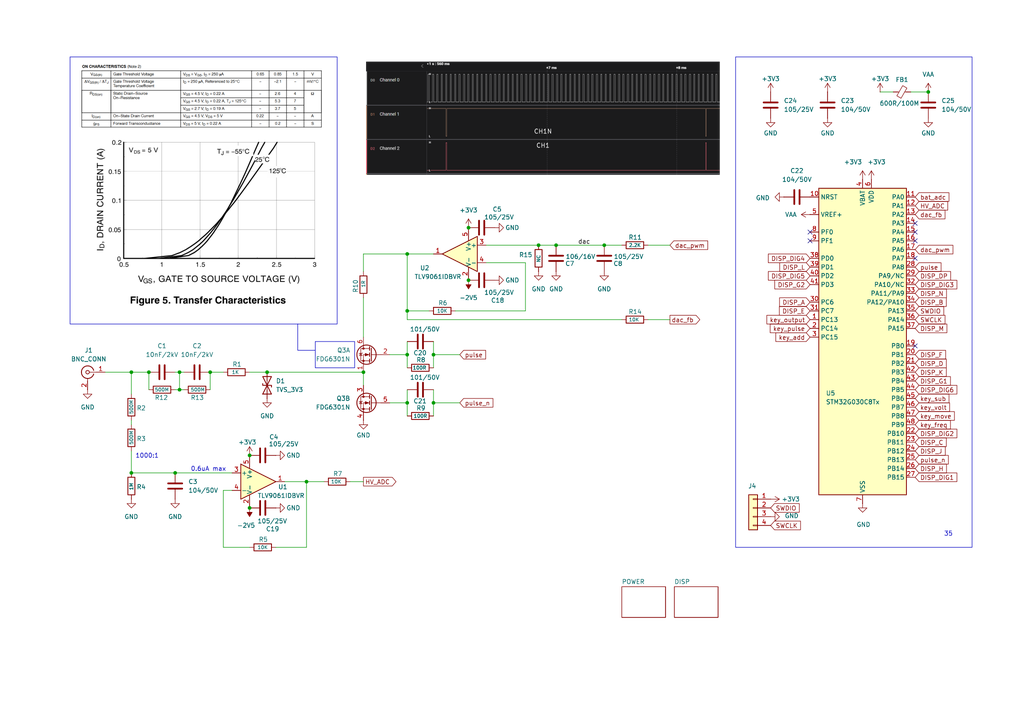
<source format=kicad_sch>
(kicad_sch (version 20231120) (generator "eeschema") (generator_version "8.0")
  (paper "A4")
  (lib_symbols
    (symbol "Amplifier_Operational:TLV9061xDBV" (pin_names (offset 0.127))
      (property "Reference" "U" (at -1.27 6.35 0))
      (property "Value" "TLV9061xDBV" (at -1.27 3.81 0))
      (symbol "TLV9061xDBV_0_1"
        (polyline (pts (xy -5.08 5.08) (xy 5.08 0) (xy -5.08 -5.08) (xy -5.08 5.08)) (stroke (width 0.254)) (fill (type background)))
        (pin power_in line (at -2.54 -7.62 90) (length 3.81) (name "V-") (number "2"))
        (pin power_in line (at -2.54 7.62 270) (length 3.81) (name "V+") (number "5"))
      )
      (symbol "TLV9061xDBV_1_1"
        (pin output line (at 7.62 0 180) (length 2.54) (name "~") (number "1"))
        (pin input line (at -7.62 2.54 0) (length 2.54) (name "+") (number "3"))
        (pin input line (at -7.62 -2.54 0) (length 2.54) (name "-") (number "4"))
      )
    )
    (symbol "Connector:Conn_Coaxial" (pin_names (offset 1.016) hide)
      (property "Reference" "J" (at 0.254 3.048 0))
      (property "Value" "Conn_Coaxial" (at 2.921 0 90))
      (symbol "Conn_Coaxial_0_1"
        (arc (start -1.778 -0.508) (mid 0.2311 -1.8066) (end 1.778 0) (stroke (width 0.254)))
        (polyline (pts (xy -2.54 0) (xy -0.508 0)))
        (polyline (pts (xy 0 -2.54) (xy 0 -1.778)))
        (circle (center 0 0) (radius 0.508) (stroke (width 0.2032)))
        (arc (start 1.778 0) (mid 0.2099 1.8101) (end -1.778 0.508) (stroke (width 0.254)))
      )
      (symbol "Conn_Coaxial_1_1"
        (pin passive line (at -5.08 0 0) (length 2.54) (name "In") (number "1"))
        (pin passive line (at 0 -5.08 90) (length 2.54) (name "Ext") (number "2"))
      )
    )
    (symbol "Connector_Generic:Conn_01x04" (pin_names (offset 1.016) hide)
      (property "Reference" "J" (at 0 5.08 0))
      (property "Value" "Conn_01x04" (at 0 -7.62 0))
      (symbol "Conn_01x04_1_1"
        (rectangle (start -1.27 -4.953) (end 0 -5.207) (stroke (width 0.1524)))
        (rectangle (start -1.27 -2.413) (end 0 -2.667) (stroke (width 0.1524)))
        (rectangle (start -1.27 0.127) (end 0 -0.127) (stroke (width 0.1524)))
        (rectangle (start -1.27 2.667) (end 0 2.413) (stroke (width 0.1524)))
        (rectangle (start -1.27 3.81) (end 1.27 -6.35) (stroke (width 0.254)) (fill (type background)))
        (pin passive line (at -5.08 2.54 0) (length 3.81) (name "Pin_1") (number "1"))
        (pin passive line (at -5.08 0 0) (length 3.81) (name "Pin_2") (number "2"))
        (pin passive line (at -5.08 -2.54 0) (length 3.81) (name "Pin_3") (number "3"))
        (pin passive line (at -5.08 -5.08 0) (length 3.81) (name "Pin_4") (number "4"))
      )
    )
    (symbol "Device:C" (pin_numbers hide) (pin_names (offset 0.254))
      (property "Reference" "C" (at 0.635 2.54 0))
      (property "Value" "C" (at 0.635 -2.54 0))
      (symbol "C_0_1"
        (polyline (pts (xy -2.032 -0.762) (xy 2.032 -0.762)) (stroke (width 0.508)))
        (polyline (pts (xy -2.032 0.762) (xy 2.032 0.762)) (stroke (width 0.508)))
      )
      (symbol "C_1_1"
        (pin passive line (at 0 3.81 270) (length 2.794) (name "~") (number "1"))
        (pin passive line (at 0 -3.81 90) (length 2.794) (name "~") (number "2"))
      )
    )
    (symbol "Device:D_TVS" (pin_numbers hide) (pin_names (offset 1.016) hide)
      (property "Reference" "D" (at 0 2.54 0))
      (property "Value" "D_TVS" (at 0 -2.54 0))
      (symbol "D_TVS_0_1"
        (polyline (pts (xy 1.27 0) (xy -1.27 0)))
        (polyline (pts (xy 0.508 1.27) (xy 0 1.27) (xy 0 -1.27) (xy -0.508 -1.27)) (stroke (width 0.254)))
        (polyline (pts (xy -2.54 1.27) (xy -2.54 -1.27) (xy 2.54 1.27) (xy 2.54 -1.27) (xy -2.54 1.27)) (stroke (width 0.254)))
      )
      (symbol "D_TVS_1_1"
        (pin passive line (at -3.81 0 0) (length 2.54) (name "A1") (number "1"))
        (pin passive line (at 3.81 0 180) (length 2.54) (name "A2") (number "2"))
      )
    )
    (symbol "Device:FerriteBead_Small" (pin_numbers hide) (pin_names (offset 0))
      (property "Reference" "FB" (at 1.905 1.27 0))
      (property "Value" "FerriteBead_Small" (at 1.905 -1.27 0))
      (symbol "FerriteBead_Small_0_1"
        (polyline (pts (xy 0 -1.27) (xy 0 -0.7874)))
        (polyline (pts (xy 0 0.889) (xy 0 1.2954)))
        (polyline (pts (xy -1.8288 0.2794) (xy -1.1176 1.4986) (xy 1.8288 -0.2032) (xy 1.1176 -1.4224) (xy -1.8288 0.2794)))
      )
      (symbol "FerriteBead_Small_1_1"
        (pin passive line (at 0 2.54 270) (length 1.27) (name "~") (number "1"))
        (pin passive line (at 0 -2.54 90) (length 1.27) (name "~") (number "2"))
      )
    )
    (symbol "Device:Q_Dual_NMOS_S1G1D2S2G2D1" (pin_names (offset 0) hide)
      (property "Reference" "Q" (at 6.35 1.27 0))
      (property "Value" "Q_Dual_NMOS_S1G1D2S2G2D1" (at 19.05 -1.27 0))
      (symbol "Q_Dual_NMOS_S1G1D2S2G2D1_0_1"
        (polyline (pts (xy 0.254 0) (xy -2.54 0)))
        (polyline (pts (xy 0.254 1.905) (xy 0.254 -1.905)) (stroke (width 0.254)))
        (polyline (pts (xy 0.762 -1.27) (xy 0.762 -2.286)) (stroke (width 0.254)))
        (polyline (pts (xy 0.762 0.508) (xy 0.762 -0.508)) (stroke (width 0.254)))
        (polyline (pts (xy 0.762 2.286) (xy 0.762 1.27)) (stroke (width 0.254)))
        (polyline (pts (xy 2.54 2.54) (xy 2.54 1.778)))
        (polyline (pts (xy 2.54 -2.54) (xy 2.54 0) (xy 0.762 0)))
        (polyline (pts (xy 0.762 -1.778) (xy 3.302 -1.778) (xy 3.302 1.778) (xy 0.762 1.778)))
        (polyline (pts (xy 1.016 0) (xy 2.032 0.381) (xy 2.032 -0.381) (xy 1.016 0)) (fill (type outline)))
        (polyline (pts (xy 2.794 0.508) (xy 2.921 0.381) (xy 3.683 0.381) (xy 3.81 0.254)))
        (polyline (pts (xy 3.302 0.381) (xy 2.921 -0.254) (xy 3.683 -0.254) (xy 3.302 0.381)))
        (circle (center 1.651 0) (radius 2.794) (stroke (width 0.254)))
        (circle (center 2.54 -1.778) (radius 0.254) (fill (type outline)))
        (circle (center 2.54 1.778) (radius 0.254) (fill (type outline)))
      )
      (symbol "Q_Dual_NMOS_S1G1D2S2G2D1_1_1"
        (pin passive line (at 2.54 -5.08 90) (length 2.54) (name "S") (number "1"))
        (pin input line (at -5.08 0 0) (length 2.54) (name "G") (number "2"))
        (pin passive line (at 2.54 5.08 270) (length 2.54) (name "D") (number "6"))
      )
      (symbol "Q_Dual_NMOS_S1G1D2S2G2D1_2_1"
        (pin passive line (at 2.54 5.08 270) (length 2.54) (name "D") (number "3"))
        (pin passive line (at 2.54 -5.08 90) (length 2.54) (name "S") (number "4"))
        (pin input line (at -5.08 0 0) (length 2.54) (name "G") (number "5"))
      )
    )
    (symbol "Device:R" (pin_numbers hide) (pin_names (offset 0))
      (property "Reference" "R" (at 2.032 0 90))
      (property "Value" "R" (at 0 0 90))
      (symbol "R_0_1"
        (rectangle (start -1.016 -2.54) (end 1.016 2.54) (stroke (width 0.254)))
      )
      (symbol "R_1_1"
        (pin passive line (at 0 3.81 270) (length 1.27) (name "~") (number "1"))
        (pin passive line (at 0 -3.81 90) (length 1.27) (name "~") (number "2"))
      )
    )
    (symbol "MCU_ST_STM32G0:STM32G030C8Tx"
      (property "Reference" "U" (at -12.7 46.99 0))
      (property "Value" "STM32G030C8Tx" (at 5.08 46.99 0))
      (symbol "STM32G030C8Tx_0_1"
        (rectangle (start -12.7 -43.18) (end 12.7 45.72) (stroke (width 0.254)) (fill (type background)))
      )
      (symbol "STM32G030C8Tx_1_1"
        (pin bidirectional line (at -15.24 7.62 0) (length 2.54) (name "PC13") (number "1"))
        (pin input line (at -15.24 43.18 0) (length 2.54) (name "NRST") (number "10"))
        (pin bidirectional line (at 15.24 43.18 180) (length 2.54) (name "PA0") (number "11"))
        (pin bidirectional line (at 15.24 40.64 180) (length 2.54) (name "PA1") (number "12"))
        (pin bidirectional line (at 15.24 38.1 180) (length 2.54) (name "PA2") (number "13"))
        (pin bidirectional line (at 15.24 35.56 180) (length 2.54) (name "PA3") (number "14"))
        (pin bidirectional line (at 15.24 33.02 180) (length 2.54) (name "PA4") (number "15"))
        (pin bidirectional line (at 15.24 30.48 180) (length 2.54) (name "PA5") (number "16"))
        (pin bidirectional line (at 15.24 27.94 180) (length 2.54) (name "PA6") (number "17"))
        (pin bidirectional line (at 15.24 25.4 180) (length 2.54) (name "PA7") (number "18"))
        (pin bidirectional line (at 15.24 0 180) (length 2.54) (name "PB0") (number "19"))
        (pin bidirectional line (at -15.24 5.08 0) (length 2.54) (name "PC14") (number "2"))
        (pin bidirectional line (at 15.24 -2.54 180) (length 2.54) (name "PB1") (number "20"))
        (pin bidirectional line (at 15.24 -5.08 180) (length 2.54) (name "PB2") (number "21"))
        (pin bidirectional line (at 15.24 -25.4 180) (length 2.54) (name "PB10") (number "22"))
        (pin bidirectional line (at 15.24 -27.94 180) (length 2.54) (name "PB11") (number "23"))
        (pin bidirectional line (at 15.24 -30.48 180) (length 2.54) (name "PB12") (number "24"))
        (pin bidirectional line (at 15.24 -33.02 180) (length 2.54) (name "PB13") (number "25"))
        (pin bidirectional line (at 15.24 -35.56 180) (length 2.54) (name "PB14") (number "26"))
        (pin bidirectional line (at 15.24 -38.1 180) (length 2.54) (name "PB15") (number "27"))
        (pin bidirectional line (at 15.24 22.86 180) (length 2.54) (name "PA8") (number "28"))
        (pin bidirectional line (at 15.24 20.32 180) (length 2.54) (name "PA9/NC") (number "29"))
        (pin bidirectional line (at -15.24 2.54 0) (length 2.54) (name "PC15") (number "3"))
        (pin bidirectional line (at -15.24 12.7 0) (length 2.54) (name "PC6") (number "30"))
        (pin bidirectional line (at -15.24 10.16 0) (length 2.54) (name "PC7") (number "31"))
        (pin bidirectional line (at 15.24 17.78 180) (length 2.54) (name "PA10/NC") (number "32"))
        (pin bidirectional line (at 15.24 15.24 180) (length 2.54) (name "PA11/PA9") (number "33"))
        (pin bidirectional line (at 15.24 12.7 180) (length 2.54) (name "PA12/PA10") (number "34"))
        (pin bidirectional line (at 15.24 10.16 180) (length 2.54) (name "PA13") (number "35"))
        (pin bidirectional line (at 15.24 7.62 180) (length 2.54) (name "PA14") (number "36"))
        (pin bidirectional line (at 15.24 5.08 180) (length 2.54) (name "PA15") (number "37"))
        (pin bidirectional line (at -15.24 25.4 0) (length 2.54) (name "PD0") (number "38"))
        (pin bidirectional line (at -15.24 22.86 0) (length 2.54) (name "PD1") (number "39"))
        (pin power_in line (at 0 48.26 270) (length 2.54) (name "VBAT") (number "4"))
        (pin bidirectional line (at -15.24 20.32 0) (length 2.54) (name "PD2") (number "40"))
        (pin bidirectional line (at -15.24 17.78 0) (length 2.54) (name "PD3") (number "41"))
        (pin bidirectional line (at 15.24 -7.62 180) (length 2.54) (name "PB3") (number "42"))
        (pin bidirectional line (at 15.24 -10.16 180) (length 2.54) (name "PB4") (number "43"))
        (pin bidirectional line (at 15.24 -12.7 180) (length 2.54) (name "PB5") (number "44"))
        (pin bidirectional line (at 15.24 -15.24 180) (length 2.54) (name "PB6") (number "45"))
        (pin bidirectional line (at 15.24 -17.78 180) (length 2.54) (name "PB7") (number "46"))
        (pin bidirectional line (at 15.24 -20.32 180) (length 2.54) (name "PB8") (number "47"))
        (pin bidirectional line (at 15.24 -22.86 180) (length 2.54) (name "PB9") (number "48"))
        (pin input line (at -15.24 38.1 0) (length 2.54) (name "VREF+") (number "5"))
        (pin power_in line (at 2.54 48.26 270) (length 2.54) (name "VDD") (number "6"))
        (pin power_in line (at 0 -45.72 90) (length 2.54) (name "VSS") (number "7"))
        (pin bidirectional line (at -15.24 33.02 0) (length 2.54) (name "PF0") (number "8"))
        (pin bidirectional line (at -15.24 30.48 0) (length 2.54) (name "PF1") (number "9"))
      )
    )
    (symbol "power:+3V3" (power) (pin_numbers hide) (pin_names (offset 0) hide)
      (property "Value" "+3V3" (at 0 3.556 0))
      (symbol "+3V3_0_1"
        (polyline (pts (xy -0.762 1.27) (xy 0 2.54)))
        (polyline (pts (xy 0 0) (xy 0 2.54)))
        (polyline (pts (xy 0 2.54) (xy 0.762 1.27)))
      )
      (symbol "+3V3_1_1"
        (pin power_in line (at 0 0 90) (length 0) (name "~") (number "1"))
      )
    )
    (symbol "power:-2V5" (power) (pin_numbers hide) (pin_names (offset 0) hide)
      (property "Value" "-2V5" (at 0 3.556 0))
      (symbol "-2V5_0_0"
        (pin power_in line (at 0 0 90) (length 0) (name "~") (number "1"))
      )
      (symbol "-2V5_0_1"
        (polyline (pts (xy 0 0) (xy 0 1.27) (xy 0.762 1.27) (xy 0 2.54) (xy -0.762 1.27) (xy 0 1.27)) (fill (type outline)))
      )
    )
    (symbol "power:GND" (power) (pin_numbers hide) (pin_names (offset 0) hide)
      (property "Value" "GND" (at 0 -3.81 0))
      (symbol "GND_0_1"
        (polyline (pts (xy 0 0) (xy 0 -1.27) (xy 1.27 -1.27) (xy 0 -2.54) (xy -1.27 -1.27) (xy 0 -1.27)))
      )
      (symbol "GND_1_1"
        (pin power_in line (at 0 0 270) (length 0) (name "~") (number "1"))
      )
    )
    (symbol "power:VAA" (power) (pin_numbers hide) (pin_names (offset 0) hide)
      (property "Value" "VAA" (at 0 3.556 0))
      (symbol "VAA_0_1"
        (polyline (pts (xy -0.762 1.27) (xy 0 2.54)))
        (polyline (pts (xy 0 0) (xy 0 2.54)))
        (polyline (pts (xy 0 2.54) (xy 0.762 1.27)))
      )
      (symbol "VAA_1_1"
        (pin power_in line (at 0 0 90) (length 0) (name "~") (number "1"))
      )
    )
  )
  (junction (at 118.11 116.84))
  (junction (at 135.89 81.28))
  (junction (at 43.18 107.95))
  (junction (at 52.07 113.03))
  (junction (at 38.1 137.16))
  (junction (at 72.39 132.08))
  (junction (at 118.11 90.17))
  (junction (at 77.47 107.95))
  (junction (at 50.8 137.16))
  (junction (at 105.41 107.95))
  (junction (at 52.07 107.95))
  (junction (at 60.96 107.95))
  (junction (at 125.73 116.84))
  (junction (at 135.89 66.04))
  (junction (at 269.24 26.67))
  (junction (at 156.21 71.12))
  (junction (at 118.11 102.87))
  (junction (at 175.26 71.12))
  (junction (at 118.11 73.66))
  (junction (at 125.73 102.87))
  (junction (at 38.1 107.95))
  (junction (at 88.9 139.7))
  (junction (at 72.39 147.32))
  (junction (at 161.29 71.12))
  (no_connect (at 265.43 74.93))
  (no_connect (at 265.43 100.33))
  (no_connect (at 265.43 69.85))
  (no_connect (at 234.95 69.85))
  (no_connect (at 265.43 64.77))
  (no_connect (at 265.43 67.31))
  (no_connect (at 234.95 67.31))
  (wire (pts (xy 175.26 71.12) (xy 180.34 71.12)))
  (wire (pts (xy 43.18 107.95) (xy 43.18 113.03)))
  (wire (pts (xy 105.41 73.66) (xy 118.11 73.66)))
  (wire (pts (xy 161.29 71.12) (xy 175.26 71.12)))
  (wire (pts (xy 64.77 142.24) (xy 64.77 158.75)))
  (wire (pts (xy 101.6 139.7) (xy 105.41 139.7)))
  (wire (pts (xy 64.77 107.95) (xy 60.96 107.95)))
  (wire (pts (xy 80.01 158.75) (xy 88.9 158.75)))
  (wire (pts (xy 156.21 71.12) (xy 161.29 71.12)))
  (wire (pts (xy 259.08 26.67) (xy 255.27 26.67)))
  (wire (pts (xy 133.35 116.84) (xy 125.73 116.84)))
  (wire (pts (xy 38.1 107.95) (xy 43.18 107.95)))
  (wire (pts (xy 118.11 90.17) (xy 124.46 90.17)))
  (polyline (pts (xy 86.36 93.98) (xy 86.36 101.6)))
  (wire (pts (xy 125.73 113.03) (xy 125.73 116.84)))
  (wire (pts (xy 113.03 116.84) (xy 118.11 116.84)))
  (wire (pts (xy 118.11 113.03) (xy 118.11 116.84)))
  (wire (pts (xy 118.11 106.68) (xy 118.11 102.87)))
  (wire (pts (xy 133.35 102.87) (xy 125.73 102.87)))
  (wire (pts (xy 52.07 107.95) (xy 52.07 113.03)))
  (wire (pts (xy 52.07 113.03) (xy 53.34 113.03)))
  (wire (pts (xy 118.11 99.06) (xy 118.11 102.87)))
  (wire (pts (xy 50.8 113.03) (xy 52.07 113.03)))
  (wire (pts (xy 118.11 90.17) (xy 118.11 73.66)))
  (wire (pts (xy 72.39 107.95) (xy 77.47 107.95)))
  (wire (pts (xy 67.31 142.24) (xy 64.77 142.24)))
  (wire (pts (xy 118.11 90.17) (xy 118.11 92.71)))
  (wire (pts (xy 125.73 120.65) (xy 125.73 116.84)))
  (wire (pts (xy 152.4 90.17) (xy 152.4 76.2)))
  (wire (pts (xy 82.55 139.7) (xy 88.9 139.7)))
  (wire (pts (xy 140.97 71.12) (xy 156.21 71.12)))
  (wire (pts (xy 118.11 73.66) (xy 125.73 73.66)))
  (wire (pts (xy 53.34 107.95) (xy 52.07 107.95)))
  (wire (pts (xy 88.9 158.75) (xy 88.9 139.7)))
  (wire (pts (xy 132.08 90.17) (xy 152.4 90.17)))
  (wire (pts (xy 105.41 86.36) (xy 105.41 97.79)))
  (wire (pts (xy 118.11 120.65) (xy 118.11 116.84)))
  (wire (pts (xy 125.73 106.68) (xy 125.73 102.87)))
  (wire (pts (xy 60.96 107.95) (xy 60.96 113.03)))
  (wire (pts (xy 105.41 73.66) (xy 105.41 78.74)))
  (wire (pts (xy 38.1 137.16) (xy 38.1 130.81)))
  (wire (pts (xy 269.24 26.67) (xy 264.16 26.67)))
  (wire (pts (xy 187.96 92.71) (xy 194.31 92.71)))
  (wire (pts (xy 38.1 137.16) (xy 50.8 137.16)))
  (wire (pts (xy 140.97 76.2) (xy 152.4 76.2)))
  (wire (pts (xy 105.41 111.76) (xy 105.41 107.95)))
  (wire (pts (xy 187.96 71.12) (xy 194.31 71.12)))
  (wire (pts (xy 50.8 107.95) (xy 52.07 107.95)))
  (wire (pts (xy 38.1 107.95) (xy 38.1 114.3)))
  (wire (pts (xy 118.11 92.71) (xy 180.34 92.71)))
  (wire (pts (xy 125.73 99.06) (xy 125.73 102.87)))
  (polyline (pts (xy 86.36 101.6) (xy 91.44 101.6)))
  (wire (pts (xy 64.77 158.75) (xy 72.39 158.75)))
  (wire (pts (xy 113.03 102.87) (xy 118.11 102.87)))
  (wire (pts (xy 50.8 137.16) (xy 67.31 137.16)))
  (wire (pts (xy 38.1 121.92) (xy 38.1 123.19)))
  (wire (pts (xy 77.47 107.95) (xy 105.41 107.95)))
  (wire (pts (xy 93.98 139.7) (xy 88.9 139.7)))
  (wire (pts (xy 30.48 107.95) (xy 38.1 107.95)))
  (rectangle (start 213.36 16.51) (end 281.94 158.75))
  (rectangle (start 20.32 16.51) (end 97.79 93.98))
  (rectangle (start 91.44 99.06) (end 102.87 106.68))
  (image (at 157.48 34.29) (scale 0.780937))
  (image (at 58.42 64.77) (scale 0.926854))
  (image (at 58.42 27.94))
  (text "0.6uA max" (at 60.452 136.144 0) (effects (font (size 1.27 1.27))))
  (text "35" (at 275.082 154.94 0) (effects (font (size 1.27 1.27))))
  (text "CH1N\n\nCH1" (at 157.48 40.386 0) (effects (font (size 1.27 1.27))))
  (text "1000:1" (at 42.672 132.334 0) (effects (font (size 1.27 1.27))))
  (label "dac" (at 167.64 71.12 0))
  (global_label "DISP_F" (shape input) (at 265.43 102.87 0) (property "Intersheetrefs" "${INTERSHEET_REFS}" (effects (hide yes))))
  (global_label "DISP_DIG3" (shape input) (at 265.43 82.55 0) (property "Intersheetrefs" "${INTERSHEET_REFS}" (effects (hide yes))))
  (global_label "SWCLK" (shape input) (at 223.52 152.4 0) (property "Intersheetrefs" "${INTERSHEET_REFS}" (effects (hide yes))))
  (global_label "DISP_DIG6" (shape input) (at 265.43 113.03 0) (property "Intersheetrefs" "${INTERSHEET_REFS}" (effects (hide yes))))
  (global_label "pulse" (shape input) (at 133.35 102.87 0) (property "Intersheetrefs" "${INTERSHEET_REFS}" (effects (hide yes))))
  (global_label "DISP_DIG4" (shape input) (at 234.95 74.93 180) (property "Intersheetrefs" "${INTERSHEET_REFS}" (effects (hide yes))))
  (global_label "pulse_n" (shape input) (at 265.43 133.35 0) (property "Intersheetrefs" "${INTERSHEET_REFS}" (effects (hide yes))))
  (global_label "DISP_K" (shape input) (at 265.43 107.95 0) (property "Intersheetrefs" "${INTERSHEET_REFS}" (effects (hide yes))))
  (global_label "bat_adc" (shape input) (at 265.43 57.15 0) (property "Intersheetrefs" "${INTERSHEET_REFS}" (effects (hide yes))))
  (global_label "DISP_G2" (shape input) (at 234.95 82.55 180) (property "Intersheetrefs" "${INTERSHEET_REFS}" (effects (hide yes))))
  (global_label "key_freq" (shape input) (at 265.43 123.19 0) (property "Intersheetrefs" "${INTERSHEET_REFS}" (effects (hide yes))))
  (global_label "DISP_J" (shape input) (at 265.43 130.81 0) (property "Intersheetrefs" "${INTERSHEET_REFS}" (effects (hide yes))))
  (global_label "SWCLK" (shape input) (at 265.43 92.71 0) (property "Intersheetrefs" "${INTERSHEET_REFS}" (effects (hide yes))))
  (global_label "DISP_E" (shape input) (at 234.95 90.17 180) (property "Intersheetrefs" "${INTERSHEET_REFS}" (effects (hide yes))))
  (global_label "DISP_G1" (shape input) (at 265.43 110.49 0) (property "Intersheetrefs" "${INTERSHEET_REFS}" (effects (hide yes))))
  (global_label "pulse_n" (shape input) (at 133.35 116.84 0) (property "Intersheetrefs" "${INTERSHEET_REFS}" (effects (hide yes))))
  (global_label "DISP_N" (shape input) (at 265.43 85.09 0) (property "Intersheetrefs" "${INTERSHEET_REFS}" (effects (hide yes))))
  (global_label "SWDIO" (shape input) (at 223.52 147.32 0) (property "Intersheetrefs" "${INTERSHEET_REFS}" (effects (hide yes))))
  (global_label "SWDIO" (shape input) (at 265.43 90.17 0) (property "Intersheetrefs" "${INTERSHEET_REFS}" (effects (hide yes))))
  (global_label "key_sub" (shape input) (at 265.43 115.57 0) (property "Intersheetrefs" "${INTERSHEET_REFS}" (effects (hide yes))))
  (global_label "key_add" (shape input) (at 234.95 97.79 180) (property "Intersheetrefs" "${INTERSHEET_REFS}" (effects (hide yes))))
  (global_label "key_pulse" (shape input) (at 234.95 95.25 180) (property "Intersheetrefs" "${INTERSHEET_REFS}" (effects (hide yes))))
  (global_label "pulse" (shape input) (at 265.43 77.47 0) (property "Intersheetrefs" "${INTERSHEET_REFS}" (effects (hide yes))))
  (global_label "DISP_L" (shape input) (at 234.95 77.47 180) (property "Intersheetrefs" "${INTERSHEET_REFS}" (effects (hide yes))))
  (global_label "DISP_DIG1" (shape input) (at 265.43 138.43 0) (property "Intersheetrefs" "${INTERSHEET_REFS}" (effects (hide yes))))
  (global_label "key_move" (shape input) (at 265.43 120.65 0) (property "Intersheetrefs" "${INTERSHEET_REFS}" (effects (hide yes))))
  (global_label "DISP_B" (shape input) (at 265.43 87.63 0) (property "Intersheetrefs" "${INTERSHEET_REFS}" (effects (hide yes))))
  (global_label "key_output" (shape input) (at 234.95 92.71 180) (property "Intersheetrefs" "${INTERSHEET_REFS}" (effects (hide yes))))
  (global_label "HV_ADC" (shape output) (at 105.41 139.7 0) (property "Intersheetrefs" "${INTERSHEET_REFS}" (effects (hide yes))))
  (global_label "DISP_C" (shape input) (at 265.43 128.27 0) (property "Intersheetrefs" "${INTERSHEET_REFS}" (effects (hide yes))))
  (global_label "DISP_M" (shape input) (at 265.43 95.25 0) (property "Intersheetrefs" "${INTERSHEET_REFS}" (effects (hide yes))))
  (global_label "DISP_H" (shape input) (at 265.43 135.89 0) (property "Intersheetrefs" "${INTERSHEET_REFS}" (effects (hide yes))))
  (global_label "DISP_D" (shape input) (at 265.43 105.41 0) (property "Intersheetrefs" "${INTERSHEET_REFS}" (effects (hide yes))))
  (global_label "DISP_DIG5" (shape input) (at 234.95 80.01 180) (property "Intersheetrefs" "${INTERSHEET_REFS}" (effects (hide yes))))
  (global_label "dac_fb" (shape input) (at 265.43 62.23 0) (property "Intersheetrefs" "${INTERSHEET_REFS}" (effects (hide yes))))
  (global_label "DISP_A" (shape input) (at 234.95 87.63 180) (property "Intersheetrefs" "${INTERSHEET_REFS}" (effects (hide yes))))
  (global_label "dac_pwm" (shape input) (at 194.31 71.12 0) (property "Intersheetrefs" "${INTERSHEET_REFS}" (effects (hide yes))))
  (global_label "DISP_DIG2" (shape input) (at 265.43 125.73 0) (property "Intersheetrefs" "${INTERSHEET_REFS}" (effects (hide yes))))
  (global_label "dac_fb" (shape output) (at 194.31 92.71 0) (property "Intersheetrefs" "${INTERSHEET_REFS}" (effects (hide yes))))
  (global_label "DISP_DP" (shape input) (at 265.43 80.01 0) (property "Intersheetrefs" "${INTERSHEET_REFS}" (effects (hide yes))))
  (global_label "HV_ADC" (shape input) (at 265.43 59.69 0) (property "Intersheetrefs" "${INTERSHEET_REFS}" (effects (hide yes))))
  (global_label "dac_pwm" (shape input) (at 265.43 72.39 0) (property "Intersheetrefs" "${INTERSHEET_REFS}" (effects (hide yes))))
  (global_label "key_volt" (shape input) (at 265.43 118.11 0) (property "Intersheetrefs" "${INTERSHEET_REFS}" (effects (hide yes))))
  (symbol (lib_id "power:GND") (at 269.24 34.29 0) (unit 1)
    (property "Reference" "#PWR051" (effects (hide yes)))
    (property "Value" "GND" (at 269.24 38.608 0))
    (property "Description" "Power symbol creates a global label with name \"GND\" , ground" (effects (hide yes)))
  )
  (symbol (lib_id "Device:C") (at 139.7 66.04 90) (unit 1)
    (property "Reference" "C5" (at 145.542 60.706 90) (effects (justify left)))
    (property "Value" "105/25V" (at 149.098 62.992 90) (effects (justify left)))
    (property "Footprint" "Capacitor_SMD:C_0402_1005Metric" (effects (hide yes)))
    (property "Description" "Unpolarized capacitor" (effects (hide yes)))
  )
  (symbol (lib_id "power:GND") (at 250.19 146.05 0) (unit 1)
    (property "Reference" "#PWR036" (effects (hide yes)))
    (property "Value" "GND" (at 250.444 152.146 0))
    (property "Description" "Power symbol creates a global label with name \"GND\" , ground" (effects (hide yes)))
  )
  (symbol (lib_id "Device:R") (at 57.15 113.03 90) (unit 1)
    (property "Reference" "R13" (at 59.182 115.316 90) (effects (justify left)))
    (property "Value" "500M" (at 59.436 113.03 90) (effects (font (size 1 1)) (justify left)))
    (property "Footprint" "Resistor_SMD:R_1206_3216Metric" (effects (hide yes)))
    (property "Description" "Resistor" (effects (hide yes)))
  )
  (symbol (lib_id "power:+3V3") (at 135.89 66.04 0) (unit 1)
    (property "Reference" "#PWR09" (effects (hide yes)))
    (property "Value" "+3V3" (at 135.89 60.96 0))
    (property "Description" "Power symbol creates a global label with name \"+3V3\"" (effects (hide yes)))
  )
  (symbol (lib_id "Device:C") (at 76.2 147.32 90) (mirror x) (unit 1)
    (property "Reference" "C19" (at 81.026 153.416 90) (effects (justify left)))
    (property "Value" "105/25V" (at 83.312 151.13 90) (effects (justify left)))
    (property "Footprint" "Capacitor_SMD:C_0402_1005Metric" (effects (hide yes)))
    (property "Description" "Unpolarized capacitor" (effects (hide yes)))
  )
  (symbol (lib_id "Amplifier_Operational:TLV9061xDBV") (at 133.35 73.66 0) (mirror y) (unit 1)
    (property "Reference" "U2" (at 123.19 77.724 0))
    (property "Value" "TLV9061IDBVR" (at 127 80.264 0))
    (property "Footprint" "Package_TO_SOT_SMD:SOT-23-5" (effects (hide yes)))
    (property "Datasheet" "https://www.ti.com/lit/ds/symlink/tlv9061.pdf" (effects (hide yes)))
    (property "Description" "10-MHz, RRIO, CMOS Operational Amplifiers for Cost-Sensitive Systems, SOT-23-5" (effects (hide yes)))
  )
  (symbol (lib_id "Device:C") (at 121.92 99.06 270) (unit 1)
    (property "Reference" "C20" (at 119.888 102.362 90) (effects (justify left)))
    (property "Value" "101/50V" (at 118.872 95.504 90) (effects (justify left)))
    (property "Footprint" "Capacitor_SMD:C_0402_1005Metric" (effects (hide yes)))
    (property "Description" "Unpolarized capacitor" (effects (hide yes)))
  )
  (symbol (lib_id "Device:FerriteBead_Small") (at 261.62 26.67 90) (unit 1)
    (property "Reference" "FB1" (at 261.62 23.114 90))
    (property "Value" "600R/100M" (at 260.858 29.972 90))
    (property "Footprint" "Inductor_SMD:L_0603_1608Metric" (effects (hide yes)))
    (property "Description" "Ferrite bead, small symbol" (effects (hide yes)))
  )
  (symbol (lib_id "Device:C") (at 57.15 107.95 90) (unit 1)
    (property "Reference" "C2" (at 57.15 100.33 90))
    (property "Value" "10nF/2kV" (at 57.15 102.87 90))
    (property "Footprint" "Capacitor_SMD:C_1206_3216Metric" (effects (hide yes)))
    (property "Description" "Unpolarized capacitor" (effects (hide yes)))
  )
  (symbol (lib_id "power:+3V3") (at 223.52 26.67 0) (unit 1)
    (property "Reference" "#PWR039" (effects (hide yes)))
    (property "Value" "+3V3" (at 223.52 22.86 0))
    (property "Description" "Power symbol creates a global label with name \"+3V3\"" (effects (hide yes)))
  )
  (symbol (lib_id "Device:R") (at 156.21 74.93 180) (unit 1)
    (property "Reference" "R15" (at 154.432 73.914 0) (effects (justify left)))
    (property "Value" "NC" (at 156.21 73.914 90) (effects (font (size 1 1)) (justify left)))
    (property "Footprint" "Resistor_SMD:R_0402_1005Metric" (effects (hide yes)))
    (property "Description" "Resistor" (effects (hide yes)))
  )
  (symbol (lib_id "Connector:Conn_Coaxial") (at 25.4 107.95 0) (mirror y) (unit 1)
    (property "Reference" "J1" (at 25.7174 101.6 0))
    (property "Value" "BNC_CONN" (at 25.7174 104.14 0))
    (property "Footprint" "NewLib:BNC_3pin" (effects (hide yes)))
    (property "Description" "coaxial connector (BNC, SMA, SMB, SMC, Cinch/RCA, LEMO, ...)" (effects (hide yes)))
  )
  (symbol (lib_id "Device:R") (at 68.58 107.95 90) (unit 1)
    (property "Reference" "R1" (at 70.104 105.664 90) (effects (justify left)))
    (property "Value" "1K" (at 69.342 107.95 90) (effects (font (size 1 1)) (justify left)))
    (property "Footprint" "Resistor_SMD:R_0603_1608Metric" (effects (hide yes)))
    (property "Description" "Resistor" (effects (hide yes)))
  )
  (symbol (lib_id "Device:C") (at 76.2 132.08 90) (unit 1)
    (property "Reference" "C4" (at 80.772 126.746 90) (effects (justify left)))
    (property "Value" "105/25V" (at 86.614 128.778 90) (effects (justify left)))
    (property "Footprint" "Capacitor_SMD:C_0402_1005Metric" (effects (hide yes)))
    (property "Description" "Unpolarized capacitor" (effects (hide yes)))
  )
  (symbol (lib_id "Device:R") (at 38.1 127 0) (unit 1)
    (property "Reference" "R3" (at 39.624 127.254 0) (effects (justify left)))
    (property "Value" "500M" (at 38.1 129.032 90) (effects (font (size 1 1)) (justify left)))
    (property "Footprint" "Resistor_SMD:R_1206_3216Metric" (effects (hide yes)))
    (property "Description" "Resistor" (effects (hide yes)))
  )
  (symbol (lib_id "Device:C") (at 175.26 74.93 180) (unit 1)
    (property "Reference" "C8" (at 180.594 76.454 0) (effects (justify left)))
    (property "Value" "105/25V" (at 186.69 74.422 0) (effects (justify left)))
    (property "Footprint" "Capacitor_SMD:C_0402_1005Metric" (effects (hide yes)))
    (property "Description" "Unpolarized capacitor" (effects (hide yes)))
  )
  (symbol (lib_id "Connector_Generic:Conn_01x04") (at 218.44 147.32 0) (mirror y) (unit 1)
    (property "Reference" "J4" (at 218.186 140.97 0))
    (property "Value" "Conn_01x04" (effects (hide yes)))
    (property "Footprint" "Connector_PinSocket_2.54mm:PinSocket_1x04_P2.54mm_Vertical" (effects (hide yes)))
    (property "Description" "Generic connector, single row, 01x04, script generated (kicad-library-utils/schlib/autogen/connector/)" (effects (hide yes)))
  )
  (symbol (lib_id "Device:C") (at 46.99 107.95 90) (unit 1)
    (property "Reference" "C1" (at 46.99 100.33 90))
    (property "Value" "10nF/2kV" (at 46.99 102.87 90))
    (property "Footprint" "Capacitor_SMD:C_1206_3216Metric" (effects (hide yes)))
    (property "Description" "Unpolarized capacitor" (effects (hide yes)))
  )
  (symbol (lib_id "power:+3V3") (at 250.19 52.07 0) (unit 1)
    (property "Reference" "#PWR033" (effects (hide yes)))
    (property "Value" "+3V3" (at 247.396 46.99 0))
    (property "Description" "Power symbol creates a global label with name \"+3V3\"" (effects (hide yes)))
  )
  (symbol (lib_id "power:GND") (at 240.03 34.29 0) (unit 1)
    (property "Reference" "#PWR038" (effects (hide yes)))
    (property "Value" "GND" (at 240.03 38.608 0))
    (property "Description" "Power symbol creates a global label with name \"GND\" , ground" (effects (hide yes)))
  )
  (symbol (lib_id "Device:C") (at 223.52 30.48 180) (unit 1)
    (property "Reference" "C24" (at 227.33 29.2099 0) (effects (justify right)))
    (property "Value" "105/25V" (at 227.33 31.7499 0) (effects (justify right)))
    (property "Footprint" "Capacitor_SMD:C_0402_1005Metric" (effects (hide yes)))
    (property "Description" "Unpolarized capacitor" (effects (hide yes)))
  )
  (symbol (lib_id "power:+3V3") (at 72.39 132.08 0) (unit 1)
    (property "Reference" "#PWR06" (effects (hide yes)))
    (property "Value" "+3V3" (at 69.088 128.27 0) (effects (justify left)))
    (property "Description" "Power symbol creates a global label with name \"+3V3\"" (effects (hide yes)))
  )
  (symbol (lib_id "Device:R") (at 38.1 140.97 0) (unit 1)
    (property "Reference" "R4" (at 39.624 141.224 0) (effects (justify left)))
    (property "Value" "1M" (at 38.1 142.24 90) (effects (font (size 1 1)) (justify left)))
    (property "Footprint" "Resistor_SMD:R_0603_1608Metric" (effects (hide yes)))
    (property "Description" "Resistor" (effects (hide yes)))
  )
  (symbol (lib_id "Device:R") (at 38.1 118.11 0) (unit 1)
    (property "Reference" "R2" (at 39.624 118.364 0) (effects (justify left)))
    (property "Value" "500M" (at 38.1 120.142 90) (effects (font (size 1 1)) (justify left)))
    (property "Footprint" "Resistor_SMD:R_1206_3216Metric" (effects (hide yes)))
    (property "Description" "Resistor" (effects (hide yes)))
  )
  (symbol (lib_id "Device:C") (at 231.14 57.15 90) (unit 1)
    (property "Reference" "C22" (at 231.14 49.53 90))
    (property "Value" "104/50V" (at 231.14 52.07 90))
    (property "Footprint" "Capacitor_SMD:C_0402_1005Metric" (effects (hide yes)))
    (property "Description" "Unpolarized capacitor" (effects (hide yes)))
  )
  (symbol (lib_id "power:+3V3") (at 223.52 144.78 270) (unit 1)
    (property "Reference" "#PWR034" (effects (hide yes)))
    (property "Value" "+3V3" (at 229.362 144.78 90))
    (property "Description" "Power symbol creates a global label with name \"+3V3\"" (effects (hide yes)))
  )
  (symbol (lib_id "Device:Q_Dual_NMOS_S1G1D2S2G2D1") (at 107.95 116.84 0) (mirror y) (unit 2)
    (property "Reference" "Q3" (at 101.6 115.5699 0) (effects (justify left)))
    (property "Value" "FDG6301N" (at 101.6 118.1099 0) (effects (justify left)))
    (property "Footprint" "Package_TO_SOT_SMD:SOT-363_SC-70-6" (effects (hide yes)))
    (property "Description" "Dual NMOS transistor, 6 pin package" (effects (hide yes)))
  )
  (symbol (lib_id "power:-2V5") (at 135.89 81.28 0) (mirror x) (unit 1)
    (property "Reference" "#PWR029" (effects (hide yes)))
    (property "Value" "-2V5" (at 135.89 86.36 0))
    (property "Description" "Power symbol creates a global label with name \"-2V5\"" (effects (hide yes)))
  )
  (symbol (lib_id "Device:Q_Dual_NMOS_S1G1D2S2G2D1") (at 107.95 102.87 0) (mirror y) (unit 1)
    (property "Reference" "Q3" (at 101.6 101.5999 0) (effects (justify left)))
    (property "Value" "FDG6301N" (at 101.6 104.1399 0) (effects (justify left)))
    (property "Footprint" "Package_TO_SOT_SMD:SOT-363_SC-70-6" (effects (hide yes)))
    (property "Description" "Dual NMOS transistor, 6 pin package" (effects (hide yes)))
  )
  (symbol (lib_id "power:GND") (at 143.51 66.04 90) (unit 1)
    (property "Reference" "#PWR010" (effects (hide yes)))
    (property "Value" "GND" (at 148.59 66.04 90))
    (property "Description" "Power symbol creates a global label with name \"GND\" , ground" (effects (hide yes)))
  )
  (symbol (lib_id "power:GND") (at 156.21 78.74 0) (unit 1)
    (property "Reference" "#PWR031" (effects (hide yes)))
    (property "Value" "GND" (at 156.21 83.82 0))
    (property "Description" "Power symbol creates a global label with name \"GND\" , ground" (effects (hide yes)))
  )
  (symbol (lib_id "Device:D_TVS") (at 77.47 111.76 90) (unit 1)
    (property "Reference" "D1" (at 80.01 110.4899 90) (effects (justify right)))
    (property "Value" "TVS_3V3" (at 80.01 113.0299 90) (effects (justify right)))
    (property "Footprint" "Diode_SMD:D_SOD-323_HandSoldering" (effects (hide yes)))
    (property "Description" "Bidirectional transient-voltage-suppression diode" (effects (hide yes)))
  )
  (symbol (lib_id "Device:C") (at 269.24 30.48 180) (unit 1)
    (property "Reference" "C25" (at 273.05 29.2099 0) (effects (justify right)))
    (property "Value" "104/50V" (at 273.05 31.7499 0) (effects (justify right)))
    (property "Footprint" "Capacitor_SMD:C_0402_1005Metric" (effects (hide yes)))
    (property "Description" "Unpolarized capacitor" (effects (hide yes)))
  )
  (symbol (lib_id "power:GND") (at 50.8 144.78 0) (unit 1)
    (property "Reference" "#PWR03" (effects (hide yes)))
    (property "Value" "GND" (at 50.8 149.86 0))
    (property "Description" "Power symbol creates a global label with name \"GND\" , ground" (effects (hide yes)))
  )
  (symbol (lib_id "power:GND") (at 175.26 78.74 0) (unit 1)
    (property "Reference" "#PWR014" (effects (hide yes)))
    (property "Value" "GND" (at 175.26 83.82 0))
    (property "Description" "Power symbol creates a global label with name \"GND\" , ground" (effects (hide yes)))
  )
  (symbol (lib_id "power:GND") (at 227.33 57.15 270) (unit 1)
    (property "Reference" "#PWR035" (effects (hide yes)))
    (property "Value" "GND" (at 221.234 57.404 90))
    (property "Description" "Power symbol creates a global label with name \"GND\" , ground" (effects (hide yes)))
  )
  (symbol (lib_id "Device:C") (at 121.92 113.03 270) (unit 1)
    (property "Reference" "C21" (at 119.888 116.332 90) (effects (justify left)))
    (property "Value" "101/50V" (at 118.872 109.474 90) (effects (justify left)))
    (property "Footprint" "Capacitor_SMD:C_0402_1005Metric" (effects (hide yes)))
    (property "Description" "Unpolarized capacitor" (effects (hide yes)))
  )
  (symbol (lib_id "power:VAA") (at 269.24 26.67 0) (unit 1)
    (property "Reference" "#PWR066" (effects (hide yes)))
    (property "Value" "VAA" (at 269.24 21.59 0))
    (property "Description" "Power symbol creates a global label with name \"VAA\"" (effects (hide yes)))
  )
  (symbol (lib_id "Amplifier_Operational:TLV9061xDBV") (at 74.93 139.7 0) (unit 1)
    (property "Reference" "U1" (at 82.042 141.224 0))
    (property "Value" "TLV9061IDBVR" (at 81.534 143.764 0))
    (property "Footprint" "Package_TO_SOT_SMD:SOT-23-5" (effects (hide yes)))
    (property "Datasheet" "https://www.ti.com/lit/ds/symlink/tlv9061.pdf" (effects (hide yes)))
    (property "Description" "10-MHz, RRIO, CMOS Operational Amplifiers for Cost-Sensitive Systems, SOT-23-5" (effects (hide yes)))
  )
  (symbol (lib_id "power:GND") (at 80.01 147.32 90) (unit 1)
    (property "Reference" "#PWR05" (effects (hide yes)))
    (property "Value" "GND" (at 85.09 147.32 90))
    (property "Description" "Power symbol creates a global label with name \"GND\" , ground" (effects (hide yes)))
  )
  (symbol (lib_id "power:GND") (at 77.47 115.57 0) (unit 1)
    (property "Reference" "#PWR07" (effects (hide yes)))
    (property "Value" "GND" (at 77.47 120.65 0))
    (property "Description" "Power symbol creates a global label with name \"GND\" , ground" (effects (hide yes)))
  )
  (symbol (lib_id "power:GND") (at 38.1 144.78 0) (unit 1)
    (property "Reference" "#PWR02" (effects (hide yes)))
    (property "Value" "GND" (at 38.1 149.86 0))
    (property "Description" "Power symbol creates a global label with name \"GND\" , ground" (effects (hide yes)))
  )
  (symbol (lib_id "Device:C") (at 240.03 30.48 180) (unit 1)
    (property "Reference" "C23" (at 243.84 29.2099 0) (effects (justify right)))
    (property "Value" "104/50V" (at 243.84 31.7499 0) (effects (justify right)))
    (property "Footprint" "Capacitor_SMD:C_0402_1005Metric" (effects (hide yes)))
    (property "Description" "Unpolarized capacitor" (effects (hide yes)))
  )
  (symbol (lib_id "Device:R") (at 105.41 82.55 180) (unit 1)
    (property "Reference" "R10" (at 103.124 81.026 90) (effects (justify left)))
    (property "Value" "1R" (at 105.41 81.28 90) (effects (font (size 1 1)) (justify left)))
    (property "Footprint" "Resistor_SMD:R_0402_1005Metric" (effects (hide yes)))
    (property "Description" "Resistor" (effects (hide yes)))
  )
  (symbol (lib_id "power:GND") (at 105.41 121.92 0) (mirror y) (unit 1)
    (property "Reference" "#PWR028" (effects (hide yes)))
    (property "Value" "GND" (at 105.41 126.238 0))
    (property "Description" "Power symbol creates a global label with name \"GND\" , ground" (effects (hide yes)))
  )
  (symbol (lib_id "Device:R") (at 121.92 106.68 90) (unit 1)
    (property "Reference" "R8" (at 123.444 104.394 90) (effects (justify left)))
    (property "Value" "100R" (at 123.698 106.68 90) (effects (font (size 1 1)) (justify left)))
    (property "Footprint" "Resistor_SMD:R_0402_1005Metric" (effects (hide yes)))
    (property "Description" "Resistor" (effects (hide yes)))
  )
  (symbol (lib_id "power:+3V3") (at 240.03 26.67 0) (unit 1)
    (property "Reference" "#PWR037" (effects (hide yes)))
    (property "Value" "+3V3" (at 240.03 22.86 0))
    (property "Description" "Power symbol creates a global label with name \"+3V3\"" (effects (hide yes)))
  )
  (symbol (lib_id "Device:R") (at 121.92 120.65 90) (unit 1)
    (property "Reference" "R9" (at 123.444 118.364 90) (effects (justify left)))
    (property "Value" "100R" (at 123.952 120.65 90) (effects (font (size 1 1)) (justify left)))
    (property "Footprint" "Resistor_SMD:R_0402_1005Metric" (effects (hide yes)))
    (property "Description" "Resistor" (effects (hide yes)))
  )
  (symbol (lib_id "Device:R") (at 46.99 113.03 90) (unit 1)
    (property "Reference" "R12" (at 48.768 115.316 90) (effects (justify left)))
    (property "Value" "500M" (at 49.022 113.03 90) (effects (font (size 1 1)) (justify left)))
    (property "Footprint" "Resistor_SMD:R_1206_3216Metric" (effects (hide yes)))
    (property "Description" "Resistor" (effects (hide yes)))
  )
  (symbol (lib_id "MCU_ST_STM32G0:STM32G030C8Tx") (at 250.19 100.33 0) (unit 1)
    (property "Reference" "U5" (at 239.522 114.046 0) (effects (justify left)))
    (property "Value" "STM32G030C8Tx" (at 239.522 116.586 0) (effects (justify left)))
    (property "Footprint" "Package_QFP:LQFP-48_7x7mm_P0.5mm" (effects (hide yes)))
    (property "Datasheet" "https://www.st.com/resource/en/datasheet/stm32g030c8.pdf" (effects (hide yes)))
    (property "Description" "STMicroelectronics Arm Cortex-M0+ MCU, 64KB flash, 8KB RAM, 64 MHz, 2.0-3.6V, 43 GPIO, LQFP48" (effects (hide yes)))
  )
  (symbol (lib_id "Device:R") (at 97.79 139.7 90) (unit 1)
    (property "Reference" "R7" (at 99.314 137.414 90) (effects (justify left)))
    (property "Value" "10K" (at 99.06 139.7 90) (effects (font (size 1 1)) (justify left)))
    (property "Footprint" "Resistor_SMD:R_0402_1005Metric" (effects (hide yes)))
    (property "Description" "Resistor" (effects (hide yes)))
  )
  (symbol (lib_id "Device:C") (at 50.8 140.97 0) (unit 1)
    (property "Reference" "C3" (at 54.61 139.6999 0) (effects (justify left)))
    (property "Value" "104/50V" (at 54.61 142.2399 0) (effects (justify left)))
    (property "Footprint" "Capacitor_SMD:C_0402_1005Metric" (effects (hide yes)))
    (property "Description" "Unpolarized capacitor" (effects (hide yes)))
  )
  (symbol (lib_id "power:GND") (at 25.4 113.03 0) (unit 1)
    (property "Reference" "#PWR01" (effects (hide yes)))
    (property "Value" "GND" (at 25.4 118.11 0))
    (property "Description" "Power symbol creates a global label with name \"GND\" , ground" (effects (hide yes)))
  )
  (symbol (lib_id "Device:R") (at 184.15 71.12 90) (unit 1)
    (property "Reference" "R11" (at 186.182 68.834 90) (effects (justify left)))
    (property "Value" "2.2K" (at 185.928 71.12 90) (effects (font (size 1 1)) (justify left)))
    (property "Footprint" "Resistor_SMD:R_0402_1005Metric" (effects (hide yes)))
    (property "Description" "Resistor" (effects (hide yes)))
  )
  (symbol (lib_id "power:GND") (at 80.01 132.08 90) (unit 1)
    (property "Reference" "#PWR04" (effects (hide yes)))
    (property "Value" "GND" (at 85.09 132.08 90))
    (property "Description" "Power symbol creates a global label with name \"GND\" , ground" (effects (hide yes)))
  )
  (symbol (lib_id "power:GND") (at 223.52 149.86 90) (unit 1)
    (property "Reference" "#PWR068" (effects (hide yes)))
    (property "Value" "GND" (at 229.616 149.606 90))
    (property "Description" "Power symbol creates a global label with name \"GND\" , ground" (effects (hide yes)))
  )
  (symbol (lib_id "Device:C") (at 161.29 74.93 180) (unit 1)
    (property "Reference" "C7" (at 166.624 76.454 0) (effects (justify left)))
    (property "Value" "106/16V" (at 172.72 74.422 0) (effects (justify left)))
    (property "Footprint" "Capacitor_SMD:C_0603_1608Metric" (effects (hide yes)))
    (property "Description" "Unpolarized capacitor" (effects (hide yes)))
  )
  (symbol (lib_id "power:+3V3") (at 252.73 52.07 0) (unit 1)
    (property "Reference" "#PWR032" (effects (hide yes)))
    (property "Value" "+3V3" (at 254.254 46.99 0))
    (property "Description" "Power symbol creates a global label with name \"+3V3\"" (effects (hide yes)))
  )
  (symbol (lib_id "Device:R") (at 76.2 158.75 90) (unit 1)
    (property "Reference" "R5" (at 77.724 156.464 90) (effects (justify left)))
    (property "Value" "10K" (at 77.724 158.75 90) (effects (font (size 1 1)) (justify left)))
    (property "Footprint" "Resistor_SMD:R_0402_1005Metric" (effects (hide yes)))
    (property "Description" "Resistor" (effects (hide yes)))
  )
  (symbol (lib_id "Device:C") (at 139.7 81.28 90) (mirror x) (unit 1)
    (property "Reference" "C18" (at 146.304 87.122 90) (effects (justify left)))
    (property "Value" "105/25V" (at 149.098 84.836 90) (effects (justify left)))
    (property "Footprint" "Capacitor_SMD:C_0402_1005Metric" (effects (hide yes)))
    (property "Description" "Unpolarized capacitor" (effects (hide yes)))
  )
  (symbol (lib_id "power:-2V5") (at 72.39 147.32 0) (mirror x) (unit 1)
    (property "Reference" "#PWR08" (effects (hide yes)))
    (property "Value" "-2V5" (at 71.374 152.4 0))
    (property "Description" "Power symbol creates a global label with name \"-2V5\"" (effects (hide yes)))
  )
  (symbol (lib_id "Device:R") (at 128.27 90.17 90) (unit 1)
    (property "Reference" "R6" (at 129.794 87.884 90) (effects (justify left)))
    (property "Value" "10K" (at 129.794 90.17 90) (effects (font (size 1 1)) (justify left)))
    (property "Footprint" "Resistor_SMD:R_0402_1005Metric" (effects (hide yes)))
    (property "Description" "Resistor" (effects (hide yes)))
  )
  (symbol (lib_id "power:GND") (at 143.51 81.28 90) (unit 1)
    (property "Reference" "#PWR030" (effects (hide yes)))
    (property "Value" "GND" (at 148.59 81.28 90))
    (property "Description" "Power symbol creates a global label with name \"GND\" , ground" (effects (hide yes)))
  )
  (symbol (lib_id "power:GND") (at 161.29 78.74 0) (unit 1)
    (property "Reference" "#PWR015" (effects (hide yes)))
    (property "Value" "GND" (at 161.29 83.82 0))
    (property "Description" "Power symbol creates a global label with name \"GND\" , ground" (effects (hide yes)))
  )
  (symbol (lib_id "Device:R") (at 184.15 92.71 90) (unit 1)
    (property "Reference" "R14" (at 186.182 90.424 90) (effects (justify left)))
    (property "Value" "10K" (at 185.42 92.71 90) (effects (font (size 1 1)) (justify left)))
    (property "Footprint" "Resistor_SMD:R_0402_1005Metric" (effects (hide yes)))
    (property "Description" "Resistor" (effects (hide yes)))
  )
  (symbol (lib_id "power:+3V3") (at 255.27 26.67 0) (unit 1)
    (property "Reference" "#PWR049" (effects (hide yes)))
    (property "Value" "+3V3" (at 255.27 22.86 0))
    (property "Description" "Power symbol creates a global label with name \"+3V3\"" (effects (hide yes)))
  )
  (symbol (lib_id "power:GND") (at 223.52 34.29 0) (unit 1)
    (property "Reference" "#PWR040" (effects (hide yes)))
    (property "Value" "GND" (at 223.52 38.608 0))
    (property "Description" "Power symbol creates a global label with name \"GND\" , ground" (effects (hide yes)))
  )
  (symbol (lib_id "power:VAA") (at 234.95 62.23 90) (unit 1)
    (property "Reference" "#PWR067" (effects (hide yes)))
    (property "Value" "VAA" (at 231.14 62.2299 90) (effects (justify left)))
    (property "Description" "Power symbol creates a global label with name \"VAA\"" (effects (hide yes)))
  )
  (sheet (at 180.34 170.18) (size 12.7 8.89) (stroke (width 0.1524))
    (property "Sheetname" "POWER" (at 180.34 169.4684 0) (effects (justify left bottom)))
    (property "Sheetfile" "power.kicad_sch" (effects (hide yes)))
  )
  (sheet (at 195.58 170.18) (size 12.7 8.89) (stroke (width 0.1524))
    (property "Sheetname" "DISP" (at 195.58 169.4684 0) (effects (justify left bottom)))
    (property "Sheetfile" "disp.kicad_sch" (effects (hide yes)))
  )
)
</source>
